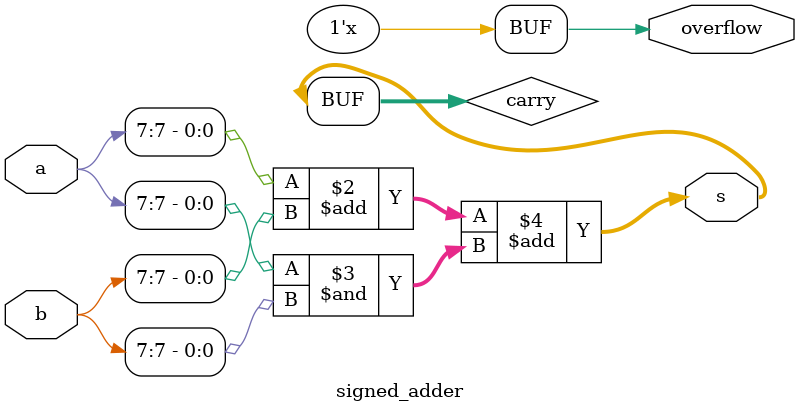
<source format=v>

module signed_adder(input [7:0] a, input [7:0] b, output [7:0] s, output overflow ); 

wire [7:0] sum;
wire [7:0] carry;

assign sum = a + b;
assign carry = a[7] + b[7] + (a[7] & b[7]);

assign s = carry[7:0];
assign overflow = carry[8];

endmodule
</source>
